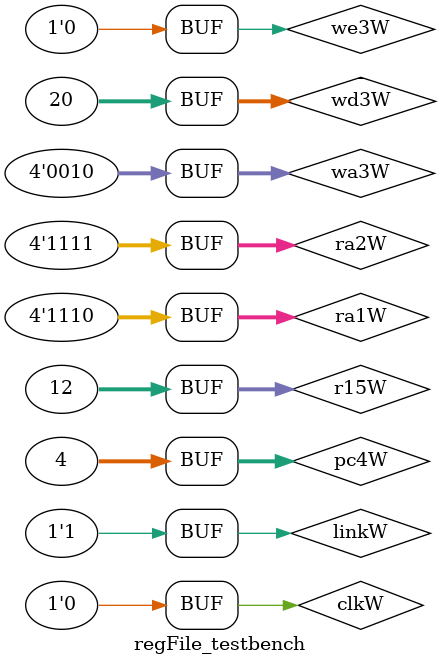
<source format=sv>

module regfile(
			input logic clk, reset,
			input logic we3,
			input logic [3:0] ra1, ra2, wa3,
			input logic [31:0] wd3, r15, pc4,
			output logic [31:0] rd1, rd2,
			input logic link
	);
	
	logic [31:0] rf[14:0];	

	always_ff@(posedge clk) begin
		if(reset) begin
			rf[0] <= 32'b0;
			rf[1] <= 32'b0;
			rf[2] <= 32'b0;
			rf[3] <= 32'b0;
			rf[4] <= 32'b0;
			rf[5] <= 32'b0;
			rf[6] <= 32'b0;
			rf[7] <= 32'b0;
			rf[8] <= 32'b0;
			rf[9] <= 32'b0;
			rf[10] <= 32'b0;
			rf[11] <= 32'b0;
			rf[12] <= 32'b0;
			rf[13] <= 32'b0;
			rf[14] <= 32'b0;
		end
		else begin
		
			if (we3) rf[wa3] = wd3;
			if (link) rf[14] = pc4;
		end
	end
	
	assign rd1 = (ra1 == 4'b1111) ? r15 : rf[ra1];
	assign rd2 = (ra2 == 4'b1111) ? r15 : rf[ra2];
endmodule

module regFile_testbench;

			logic clkW;
			logic we3W;
			logic [3:0] ra1W;
			logic [3:0] ra2W;
			logic [3:0] wa3W;
			logic [31:0] wd3W;
			logic [31:0] r15W;
			logic [31:0] pc4W;
			logic [31:0] rd1W;
			logic [31:0] rd2W;
			logic linkW;


	regfile regfil_test(
			.clk(clkW),
			.we3(we3W),
			.ra1(ra1W), 
			.ra2(ra2W), 
			.wa3(wa3W),
			.wd3(wd3W), 
			.r15(r15W), 
			.pc4(pc4W),
			.rd1(rd1W), 
			.rd2(rd2W),
			.link(linkW)
	);

initial begin
	pc4W <= 4;
	r15W <= 12;
	we3W <= 1;
	wa3W <= 1;
	wd3W <= 31;
	#5;
	we3W <= 0;
	#5;
	we3W <= 1;
	wa3W <= 2;
	wd3W <= 20;
	#5;
	we3W <= 0;
	#5;
	ra1W <= 1;
	ra2W <= 2;
	#10;
	ra1W <= 2;
	ra2W <= 15;
	#10;
	linkW <= 1;
	#10;
	ra1W <= 14;

	

end

always begin
	clkW <= 1; #5; clkW <= 0; #5;
end

endmodule
</source>
